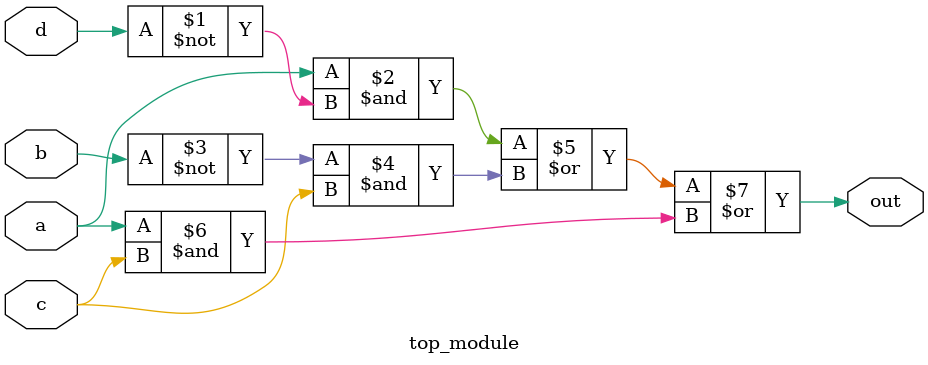
<source format=v>
module top_module(
    input a,
    input b,
    input c,
    input d,
    output out  ); 
    
    assign out = (a & ~d) | (~b & c) | (a & c);

endmodule


</source>
